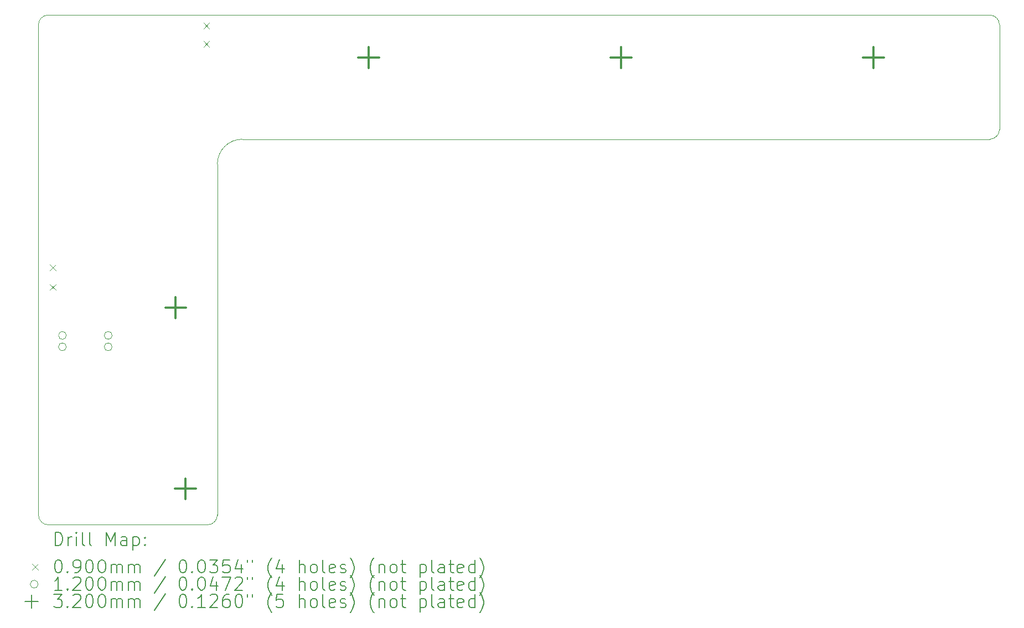
<source format=gbr>
%TF.GenerationSoftware,KiCad,Pcbnew,7.0.8*%
%TF.CreationDate,2023-10-21T22:22:23-07:00*%
%TF.ProjectId,Seismos_5CoreR,53656973-6d6f-4735-9f35-436f7265522e,rev?*%
%TF.SameCoordinates,Original*%
%TF.FileFunction,Drillmap*%
%TF.FilePolarity,Positive*%
%FSLAX45Y45*%
G04 Gerber Fmt 4.5, Leading zero omitted, Abs format (unit mm)*
G04 Created by KiCad (PCBNEW 7.0.8) date 2023-10-21 22:22:23*
%MOMM*%
%LPD*%
G01*
G04 APERTURE LIST*
%ADD10C,0.100000*%
%ADD11C,0.200000*%
%ADD12C,0.090000*%
%ADD13C,0.120000*%
%ADD14C,0.320000*%
G04 APERTURE END LIST*
D10*
X5736600Y-9650000D02*
X5736600Y-4281000D01*
X5586600Y-9800000D02*
X3150000Y-9800000D01*
X3000000Y-9650000D02*
X3000000Y-2150000D01*
X3150000Y-2000000D02*
G75*
G03*
X3000000Y-2150000I0J-150000D01*
G01*
X5586600Y-9800000D02*
G75*
G03*
X5736600Y-9650000I0J150000D01*
G01*
X17550000Y-3900000D02*
X6117600Y-3900000D01*
X17550000Y-3900000D02*
G75*
G03*
X17700000Y-3750000I0J150000D01*
G01*
X17700000Y-2150000D02*
G75*
G03*
X17550000Y-2000000I-150000J0D01*
G01*
X3000000Y-9650000D02*
G75*
G03*
X3150000Y-9800000I150000J0D01*
G01*
X6117600Y-3900000D02*
G75*
G03*
X5736600Y-4281000I0J-381000D01*
G01*
X3150000Y-2000000D02*
X17550000Y-2000000D01*
X17700000Y-2150000D02*
X17700000Y-3750000D01*
D11*
D12*
X3175000Y-5818200D02*
X3265000Y-5908200D01*
X3265000Y-5818200D02*
X3175000Y-5908200D01*
X3175000Y-6118200D02*
X3265000Y-6208200D01*
X3265000Y-6118200D02*
X3175000Y-6208200D01*
X5526250Y-2119950D02*
X5616250Y-2209950D01*
X5616250Y-2119950D02*
X5526250Y-2209950D01*
X5526250Y-2399950D02*
X5616250Y-2489950D01*
X5616250Y-2399950D02*
X5526250Y-2489950D01*
D13*
X3427000Y-6902500D02*
G75*
G03*
X3427000Y-6902500I-60000J0D01*
G01*
X3427000Y-7077500D02*
G75*
G03*
X3427000Y-7077500I-60000J0D01*
G01*
X4127000Y-6902500D02*
G75*
G03*
X4127000Y-6902500I-60000J0D01*
G01*
X4127000Y-7077500D02*
G75*
G03*
X4127000Y-7077500I-60000J0D01*
G01*
D14*
X5100000Y-6315000D02*
X5100000Y-6635000D01*
X4940000Y-6475000D02*
X5260000Y-6475000D01*
X5250000Y-9090000D02*
X5250000Y-9410000D01*
X5090000Y-9250000D02*
X5410000Y-9250000D01*
X8050000Y-2490000D02*
X8050000Y-2810000D01*
X7890000Y-2650000D02*
X8210000Y-2650000D01*
X11910000Y-2490000D02*
X11910000Y-2810000D01*
X11750000Y-2650000D02*
X12070000Y-2650000D01*
X15770000Y-2490000D02*
X15770000Y-2810000D01*
X15610000Y-2650000D02*
X15930000Y-2650000D01*
D11*
X3255777Y-10116484D02*
X3255777Y-9916484D01*
X3255777Y-9916484D02*
X3303396Y-9916484D01*
X3303396Y-9916484D02*
X3331967Y-9926008D01*
X3331967Y-9926008D02*
X3351015Y-9945055D01*
X3351015Y-9945055D02*
X3360539Y-9964103D01*
X3360539Y-9964103D02*
X3370062Y-10002198D01*
X3370062Y-10002198D02*
X3370062Y-10030770D01*
X3370062Y-10030770D02*
X3360539Y-10068865D01*
X3360539Y-10068865D02*
X3351015Y-10087912D01*
X3351015Y-10087912D02*
X3331967Y-10106960D01*
X3331967Y-10106960D02*
X3303396Y-10116484D01*
X3303396Y-10116484D02*
X3255777Y-10116484D01*
X3455777Y-10116484D02*
X3455777Y-9983150D01*
X3455777Y-10021246D02*
X3465301Y-10002198D01*
X3465301Y-10002198D02*
X3474824Y-9992674D01*
X3474824Y-9992674D02*
X3493872Y-9983150D01*
X3493872Y-9983150D02*
X3512920Y-9983150D01*
X3579586Y-10116484D02*
X3579586Y-9983150D01*
X3579586Y-9916484D02*
X3570062Y-9926008D01*
X3570062Y-9926008D02*
X3579586Y-9935531D01*
X3579586Y-9935531D02*
X3589110Y-9926008D01*
X3589110Y-9926008D02*
X3579586Y-9916484D01*
X3579586Y-9916484D02*
X3579586Y-9935531D01*
X3703396Y-10116484D02*
X3684348Y-10106960D01*
X3684348Y-10106960D02*
X3674824Y-10087912D01*
X3674824Y-10087912D02*
X3674824Y-9916484D01*
X3808158Y-10116484D02*
X3789110Y-10106960D01*
X3789110Y-10106960D02*
X3779586Y-10087912D01*
X3779586Y-10087912D02*
X3779586Y-9916484D01*
X4036729Y-10116484D02*
X4036729Y-9916484D01*
X4036729Y-9916484D02*
X4103396Y-10059341D01*
X4103396Y-10059341D02*
X4170062Y-9916484D01*
X4170062Y-9916484D02*
X4170062Y-10116484D01*
X4351015Y-10116484D02*
X4351015Y-10011722D01*
X4351015Y-10011722D02*
X4341491Y-9992674D01*
X4341491Y-9992674D02*
X4322444Y-9983150D01*
X4322444Y-9983150D02*
X4284348Y-9983150D01*
X4284348Y-9983150D02*
X4265301Y-9992674D01*
X4351015Y-10106960D02*
X4331967Y-10116484D01*
X4331967Y-10116484D02*
X4284348Y-10116484D01*
X4284348Y-10116484D02*
X4265301Y-10106960D01*
X4265301Y-10106960D02*
X4255777Y-10087912D01*
X4255777Y-10087912D02*
X4255777Y-10068865D01*
X4255777Y-10068865D02*
X4265301Y-10049817D01*
X4265301Y-10049817D02*
X4284348Y-10040293D01*
X4284348Y-10040293D02*
X4331967Y-10040293D01*
X4331967Y-10040293D02*
X4351015Y-10030770D01*
X4446253Y-9983150D02*
X4446253Y-10183150D01*
X4446253Y-9992674D02*
X4465301Y-9983150D01*
X4465301Y-9983150D02*
X4503396Y-9983150D01*
X4503396Y-9983150D02*
X4522444Y-9992674D01*
X4522444Y-9992674D02*
X4531967Y-10002198D01*
X4531967Y-10002198D02*
X4541491Y-10021246D01*
X4541491Y-10021246D02*
X4541491Y-10078389D01*
X4541491Y-10078389D02*
X4531967Y-10097436D01*
X4531967Y-10097436D02*
X4522444Y-10106960D01*
X4522444Y-10106960D02*
X4503396Y-10116484D01*
X4503396Y-10116484D02*
X4465301Y-10116484D01*
X4465301Y-10116484D02*
X4446253Y-10106960D01*
X4627205Y-10097436D02*
X4636729Y-10106960D01*
X4636729Y-10106960D02*
X4627205Y-10116484D01*
X4627205Y-10116484D02*
X4617682Y-10106960D01*
X4617682Y-10106960D02*
X4627205Y-10097436D01*
X4627205Y-10097436D02*
X4627205Y-10116484D01*
X4627205Y-9992674D02*
X4636729Y-10002198D01*
X4636729Y-10002198D02*
X4627205Y-10011722D01*
X4627205Y-10011722D02*
X4617682Y-10002198D01*
X4617682Y-10002198D02*
X4627205Y-9992674D01*
X4627205Y-9992674D02*
X4627205Y-10011722D01*
D12*
X2905000Y-10400000D02*
X2995000Y-10490000D01*
X2995000Y-10400000D02*
X2905000Y-10490000D01*
D11*
X3293872Y-10336484D02*
X3312920Y-10336484D01*
X3312920Y-10336484D02*
X3331967Y-10346008D01*
X3331967Y-10346008D02*
X3341491Y-10355531D01*
X3341491Y-10355531D02*
X3351015Y-10374579D01*
X3351015Y-10374579D02*
X3360539Y-10412674D01*
X3360539Y-10412674D02*
X3360539Y-10460293D01*
X3360539Y-10460293D02*
X3351015Y-10498389D01*
X3351015Y-10498389D02*
X3341491Y-10517436D01*
X3341491Y-10517436D02*
X3331967Y-10526960D01*
X3331967Y-10526960D02*
X3312920Y-10536484D01*
X3312920Y-10536484D02*
X3293872Y-10536484D01*
X3293872Y-10536484D02*
X3274824Y-10526960D01*
X3274824Y-10526960D02*
X3265301Y-10517436D01*
X3265301Y-10517436D02*
X3255777Y-10498389D01*
X3255777Y-10498389D02*
X3246253Y-10460293D01*
X3246253Y-10460293D02*
X3246253Y-10412674D01*
X3246253Y-10412674D02*
X3255777Y-10374579D01*
X3255777Y-10374579D02*
X3265301Y-10355531D01*
X3265301Y-10355531D02*
X3274824Y-10346008D01*
X3274824Y-10346008D02*
X3293872Y-10336484D01*
X3446253Y-10517436D02*
X3455777Y-10526960D01*
X3455777Y-10526960D02*
X3446253Y-10536484D01*
X3446253Y-10536484D02*
X3436729Y-10526960D01*
X3436729Y-10526960D02*
X3446253Y-10517436D01*
X3446253Y-10517436D02*
X3446253Y-10536484D01*
X3551015Y-10536484D02*
X3589110Y-10536484D01*
X3589110Y-10536484D02*
X3608158Y-10526960D01*
X3608158Y-10526960D02*
X3617682Y-10517436D01*
X3617682Y-10517436D02*
X3636729Y-10488865D01*
X3636729Y-10488865D02*
X3646253Y-10450770D01*
X3646253Y-10450770D02*
X3646253Y-10374579D01*
X3646253Y-10374579D02*
X3636729Y-10355531D01*
X3636729Y-10355531D02*
X3627205Y-10346008D01*
X3627205Y-10346008D02*
X3608158Y-10336484D01*
X3608158Y-10336484D02*
X3570062Y-10336484D01*
X3570062Y-10336484D02*
X3551015Y-10346008D01*
X3551015Y-10346008D02*
X3541491Y-10355531D01*
X3541491Y-10355531D02*
X3531967Y-10374579D01*
X3531967Y-10374579D02*
X3531967Y-10422198D01*
X3531967Y-10422198D02*
X3541491Y-10441246D01*
X3541491Y-10441246D02*
X3551015Y-10450770D01*
X3551015Y-10450770D02*
X3570062Y-10460293D01*
X3570062Y-10460293D02*
X3608158Y-10460293D01*
X3608158Y-10460293D02*
X3627205Y-10450770D01*
X3627205Y-10450770D02*
X3636729Y-10441246D01*
X3636729Y-10441246D02*
X3646253Y-10422198D01*
X3770062Y-10336484D02*
X3789110Y-10336484D01*
X3789110Y-10336484D02*
X3808158Y-10346008D01*
X3808158Y-10346008D02*
X3817682Y-10355531D01*
X3817682Y-10355531D02*
X3827205Y-10374579D01*
X3827205Y-10374579D02*
X3836729Y-10412674D01*
X3836729Y-10412674D02*
X3836729Y-10460293D01*
X3836729Y-10460293D02*
X3827205Y-10498389D01*
X3827205Y-10498389D02*
X3817682Y-10517436D01*
X3817682Y-10517436D02*
X3808158Y-10526960D01*
X3808158Y-10526960D02*
X3789110Y-10536484D01*
X3789110Y-10536484D02*
X3770062Y-10536484D01*
X3770062Y-10536484D02*
X3751015Y-10526960D01*
X3751015Y-10526960D02*
X3741491Y-10517436D01*
X3741491Y-10517436D02*
X3731967Y-10498389D01*
X3731967Y-10498389D02*
X3722443Y-10460293D01*
X3722443Y-10460293D02*
X3722443Y-10412674D01*
X3722443Y-10412674D02*
X3731967Y-10374579D01*
X3731967Y-10374579D02*
X3741491Y-10355531D01*
X3741491Y-10355531D02*
X3751015Y-10346008D01*
X3751015Y-10346008D02*
X3770062Y-10336484D01*
X3960539Y-10336484D02*
X3979586Y-10336484D01*
X3979586Y-10336484D02*
X3998634Y-10346008D01*
X3998634Y-10346008D02*
X4008158Y-10355531D01*
X4008158Y-10355531D02*
X4017682Y-10374579D01*
X4017682Y-10374579D02*
X4027205Y-10412674D01*
X4027205Y-10412674D02*
X4027205Y-10460293D01*
X4027205Y-10460293D02*
X4017682Y-10498389D01*
X4017682Y-10498389D02*
X4008158Y-10517436D01*
X4008158Y-10517436D02*
X3998634Y-10526960D01*
X3998634Y-10526960D02*
X3979586Y-10536484D01*
X3979586Y-10536484D02*
X3960539Y-10536484D01*
X3960539Y-10536484D02*
X3941491Y-10526960D01*
X3941491Y-10526960D02*
X3931967Y-10517436D01*
X3931967Y-10517436D02*
X3922443Y-10498389D01*
X3922443Y-10498389D02*
X3912920Y-10460293D01*
X3912920Y-10460293D02*
X3912920Y-10412674D01*
X3912920Y-10412674D02*
X3922443Y-10374579D01*
X3922443Y-10374579D02*
X3931967Y-10355531D01*
X3931967Y-10355531D02*
X3941491Y-10346008D01*
X3941491Y-10346008D02*
X3960539Y-10336484D01*
X4112920Y-10536484D02*
X4112920Y-10403150D01*
X4112920Y-10422198D02*
X4122443Y-10412674D01*
X4122443Y-10412674D02*
X4141491Y-10403150D01*
X4141491Y-10403150D02*
X4170063Y-10403150D01*
X4170063Y-10403150D02*
X4189110Y-10412674D01*
X4189110Y-10412674D02*
X4198634Y-10431722D01*
X4198634Y-10431722D02*
X4198634Y-10536484D01*
X4198634Y-10431722D02*
X4208158Y-10412674D01*
X4208158Y-10412674D02*
X4227205Y-10403150D01*
X4227205Y-10403150D02*
X4255777Y-10403150D01*
X4255777Y-10403150D02*
X4274825Y-10412674D01*
X4274825Y-10412674D02*
X4284348Y-10431722D01*
X4284348Y-10431722D02*
X4284348Y-10536484D01*
X4379586Y-10536484D02*
X4379586Y-10403150D01*
X4379586Y-10422198D02*
X4389110Y-10412674D01*
X4389110Y-10412674D02*
X4408158Y-10403150D01*
X4408158Y-10403150D02*
X4436729Y-10403150D01*
X4436729Y-10403150D02*
X4455777Y-10412674D01*
X4455777Y-10412674D02*
X4465301Y-10431722D01*
X4465301Y-10431722D02*
X4465301Y-10536484D01*
X4465301Y-10431722D02*
X4474825Y-10412674D01*
X4474825Y-10412674D02*
X4493872Y-10403150D01*
X4493872Y-10403150D02*
X4522444Y-10403150D01*
X4522444Y-10403150D02*
X4541491Y-10412674D01*
X4541491Y-10412674D02*
X4551015Y-10431722D01*
X4551015Y-10431722D02*
X4551015Y-10536484D01*
X4941491Y-10326960D02*
X4770063Y-10584103D01*
X5198634Y-10336484D02*
X5217682Y-10336484D01*
X5217682Y-10336484D02*
X5236729Y-10346008D01*
X5236729Y-10346008D02*
X5246253Y-10355531D01*
X5246253Y-10355531D02*
X5255777Y-10374579D01*
X5255777Y-10374579D02*
X5265301Y-10412674D01*
X5265301Y-10412674D02*
X5265301Y-10460293D01*
X5265301Y-10460293D02*
X5255777Y-10498389D01*
X5255777Y-10498389D02*
X5246253Y-10517436D01*
X5246253Y-10517436D02*
X5236729Y-10526960D01*
X5236729Y-10526960D02*
X5217682Y-10536484D01*
X5217682Y-10536484D02*
X5198634Y-10536484D01*
X5198634Y-10536484D02*
X5179587Y-10526960D01*
X5179587Y-10526960D02*
X5170063Y-10517436D01*
X5170063Y-10517436D02*
X5160539Y-10498389D01*
X5160539Y-10498389D02*
X5151015Y-10460293D01*
X5151015Y-10460293D02*
X5151015Y-10412674D01*
X5151015Y-10412674D02*
X5160539Y-10374579D01*
X5160539Y-10374579D02*
X5170063Y-10355531D01*
X5170063Y-10355531D02*
X5179587Y-10346008D01*
X5179587Y-10346008D02*
X5198634Y-10336484D01*
X5351015Y-10517436D02*
X5360539Y-10526960D01*
X5360539Y-10526960D02*
X5351015Y-10536484D01*
X5351015Y-10536484D02*
X5341491Y-10526960D01*
X5341491Y-10526960D02*
X5351015Y-10517436D01*
X5351015Y-10517436D02*
X5351015Y-10536484D01*
X5484348Y-10336484D02*
X5503396Y-10336484D01*
X5503396Y-10336484D02*
X5522444Y-10346008D01*
X5522444Y-10346008D02*
X5531968Y-10355531D01*
X5531968Y-10355531D02*
X5541491Y-10374579D01*
X5541491Y-10374579D02*
X5551015Y-10412674D01*
X5551015Y-10412674D02*
X5551015Y-10460293D01*
X5551015Y-10460293D02*
X5541491Y-10498389D01*
X5541491Y-10498389D02*
X5531968Y-10517436D01*
X5531968Y-10517436D02*
X5522444Y-10526960D01*
X5522444Y-10526960D02*
X5503396Y-10536484D01*
X5503396Y-10536484D02*
X5484348Y-10536484D01*
X5484348Y-10536484D02*
X5465301Y-10526960D01*
X5465301Y-10526960D02*
X5455777Y-10517436D01*
X5455777Y-10517436D02*
X5446253Y-10498389D01*
X5446253Y-10498389D02*
X5436729Y-10460293D01*
X5436729Y-10460293D02*
X5436729Y-10412674D01*
X5436729Y-10412674D02*
X5446253Y-10374579D01*
X5446253Y-10374579D02*
X5455777Y-10355531D01*
X5455777Y-10355531D02*
X5465301Y-10346008D01*
X5465301Y-10346008D02*
X5484348Y-10336484D01*
X5617682Y-10336484D02*
X5741491Y-10336484D01*
X5741491Y-10336484D02*
X5674825Y-10412674D01*
X5674825Y-10412674D02*
X5703396Y-10412674D01*
X5703396Y-10412674D02*
X5722444Y-10422198D01*
X5722444Y-10422198D02*
X5731967Y-10431722D01*
X5731967Y-10431722D02*
X5741491Y-10450770D01*
X5741491Y-10450770D02*
X5741491Y-10498389D01*
X5741491Y-10498389D02*
X5731967Y-10517436D01*
X5731967Y-10517436D02*
X5722444Y-10526960D01*
X5722444Y-10526960D02*
X5703396Y-10536484D01*
X5703396Y-10536484D02*
X5646253Y-10536484D01*
X5646253Y-10536484D02*
X5627206Y-10526960D01*
X5627206Y-10526960D02*
X5617682Y-10517436D01*
X5922444Y-10336484D02*
X5827206Y-10336484D01*
X5827206Y-10336484D02*
X5817682Y-10431722D01*
X5817682Y-10431722D02*
X5827206Y-10422198D01*
X5827206Y-10422198D02*
X5846253Y-10412674D01*
X5846253Y-10412674D02*
X5893872Y-10412674D01*
X5893872Y-10412674D02*
X5912920Y-10422198D01*
X5912920Y-10422198D02*
X5922444Y-10431722D01*
X5922444Y-10431722D02*
X5931967Y-10450770D01*
X5931967Y-10450770D02*
X5931967Y-10498389D01*
X5931967Y-10498389D02*
X5922444Y-10517436D01*
X5922444Y-10517436D02*
X5912920Y-10526960D01*
X5912920Y-10526960D02*
X5893872Y-10536484D01*
X5893872Y-10536484D02*
X5846253Y-10536484D01*
X5846253Y-10536484D02*
X5827206Y-10526960D01*
X5827206Y-10526960D02*
X5817682Y-10517436D01*
X6103396Y-10403150D02*
X6103396Y-10536484D01*
X6055777Y-10326960D02*
X6008158Y-10469817D01*
X6008158Y-10469817D02*
X6131967Y-10469817D01*
X6198634Y-10336484D02*
X6198634Y-10374579D01*
X6274825Y-10336484D02*
X6274825Y-10374579D01*
X6570063Y-10612674D02*
X6560539Y-10603150D01*
X6560539Y-10603150D02*
X6541491Y-10574579D01*
X6541491Y-10574579D02*
X6531968Y-10555531D01*
X6531968Y-10555531D02*
X6522444Y-10526960D01*
X6522444Y-10526960D02*
X6512920Y-10479341D01*
X6512920Y-10479341D02*
X6512920Y-10441246D01*
X6512920Y-10441246D02*
X6522444Y-10393627D01*
X6522444Y-10393627D02*
X6531968Y-10365055D01*
X6531968Y-10365055D02*
X6541491Y-10346008D01*
X6541491Y-10346008D02*
X6560539Y-10317436D01*
X6560539Y-10317436D02*
X6570063Y-10307912D01*
X6731968Y-10403150D02*
X6731968Y-10536484D01*
X6684348Y-10326960D02*
X6636729Y-10469817D01*
X6636729Y-10469817D02*
X6760539Y-10469817D01*
X6989110Y-10536484D02*
X6989110Y-10336484D01*
X7074825Y-10536484D02*
X7074825Y-10431722D01*
X7074825Y-10431722D02*
X7065301Y-10412674D01*
X7065301Y-10412674D02*
X7046253Y-10403150D01*
X7046253Y-10403150D02*
X7017682Y-10403150D01*
X7017682Y-10403150D02*
X6998634Y-10412674D01*
X6998634Y-10412674D02*
X6989110Y-10422198D01*
X7198634Y-10536484D02*
X7179587Y-10526960D01*
X7179587Y-10526960D02*
X7170063Y-10517436D01*
X7170063Y-10517436D02*
X7160539Y-10498389D01*
X7160539Y-10498389D02*
X7160539Y-10441246D01*
X7160539Y-10441246D02*
X7170063Y-10422198D01*
X7170063Y-10422198D02*
X7179587Y-10412674D01*
X7179587Y-10412674D02*
X7198634Y-10403150D01*
X7198634Y-10403150D02*
X7227206Y-10403150D01*
X7227206Y-10403150D02*
X7246253Y-10412674D01*
X7246253Y-10412674D02*
X7255777Y-10422198D01*
X7255777Y-10422198D02*
X7265301Y-10441246D01*
X7265301Y-10441246D02*
X7265301Y-10498389D01*
X7265301Y-10498389D02*
X7255777Y-10517436D01*
X7255777Y-10517436D02*
X7246253Y-10526960D01*
X7246253Y-10526960D02*
X7227206Y-10536484D01*
X7227206Y-10536484D02*
X7198634Y-10536484D01*
X7379587Y-10536484D02*
X7360539Y-10526960D01*
X7360539Y-10526960D02*
X7351015Y-10507912D01*
X7351015Y-10507912D02*
X7351015Y-10336484D01*
X7531968Y-10526960D02*
X7512920Y-10536484D01*
X7512920Y-10536484D02*
X7474825Y-10536484D01*
X7474825Y-10536484D02*
X7455777Y-10526960D01*
X7455777Y-10526960D02*
X7446253Y-10507912D01*
X7446253Y-10507912D02*
X7446253Y-10431722D01*
X7446253Y-10431722D02*
X7455777Y-10412674D01*
X7455777Y-10412674D02*
X7474825Y-10403150D01*
X7474825Y-10403150D02*
X7512920Y-10403150D01*
X7512920Y-10403150D02*
X7531968Y-10412674D01*
X7531968Y-10412674D02*
X7541491Y-10431722D01*
X7541491Y-10431722D02*
X7541491Y-10450770D01*
X7541491Y-10450770D02*
X7446253Y-10469817D01*
X7617682Y-10526960D02*
X7636730Y-10536484D01*
X7636730Y-10536484D02*
X7674825Y-10536484D01*
X7674825Y-10536484D02*
X7693872Y-10526960D01*
X7693872Y-10526960D02*
X7703396Y-10507912D01*
X7703396Y-10507912D02*
X7703396Y-10498389D01*
X7703396Y-10498389D02*
X7693872Y-10479341D01*
X7693872Y-10479341D02*
X7674825Y-10469817D01*
X7674825Y-10469817D02*
X7646253Y-10469817D01*
X7646253Y-10469817D02*
X7627206Y-10460293D01*
X7627206Y-10460293D02*
X7617682Y-10441246D01*
X7617682Y-10441246D02*
X7617682Y-10431722D01*
X7617682Y-10431722D02*
X7627206Y-10412674D01*
X7627206Y-10412674D02*
X7646253Y-10403150D01*
X7646253Y-10403150D02*
X7674825Y-10403150D01*
X7674825Y-10403150D02*
X7693872Y-10412674D01*
X7770063Y-10612674D02*
X7779587Y-10603150D01*
X7779587Y-10603150D02*
X7798634Y-10574579D01*
X7798634Y-10574579D02*
X7808158Y-10555531D01*
X7808158Y-10555531D02*
X7817682Y-10526960D01*
X7817682Y-10526960D02*
X7827206Y-10479341D01*
X7827206Y-10479341D02*
X7827206Y-10441246D01*
X7827206Y-10441246D02*
X7817682Y-10393627D01*
X7817682Y-10393627D02*
X7808158Y-10365055D01*
X7808158Y-10365055D02*
X7798634Y-10346008D01*
X7798634Y-10346008D02*
X7779587Y-10317436D01*
X7779587Y-10317436D02*
X7770063Y-10307912D01*
X8131968Y-10612674D02*
X8122444Y-10603150D01*
X8122444Y-10603150D02*
X8103396Y-10574579D01*
X8103396Y-10574579D02*
X8093872Y-10555531D01*
X8093872Y-10555531D02*
X8084349Y-10526960D01*
X8084349Y-10526960D02*
X8074825Y-10479341D01*
X8074825Y-10479341D02*
X8074825Y-10441246D01*
X8074825Y-10441246D02*
X8084349Y-10393627D01*
X8084349Y-10393627D02*
X8093872Y-10365055D01*
X8093872Y-10365055D02*
X8103396Y-10346008D01*
X8103396Y-10346008D02*
X8122444Y-10317436D01*
X8122444Y-10317436D02*
X8131968Y-10307912D01*
X8208158Y-10403150D02*
X8208158Y-10536484D01*
X8208158Y-10422198D02*
X8217682Y-10412674D01*
X8217682Y-10412674D02*
X8236730Y-10403150D01*
X8236730Y-10403150D02*
X8265301Y-10403150D01*
X8265301Y-10403150D02*
X8284349Y-10412674D01*
X8284349Y-10412674D02*
X8293872Y-10431722D01*
X8293872Y-10431722D02*
X8293872Y-10536484D01*
X8417682Y-10536484D02*
X8398634Y-10526960D01*
X8398634Y-10526960D02*
X8389111Y-10517436D01*
X8389111Y-10517436D02*
X8379587Y-10498389D01*
X8379587Y-10498389D02*
X8379587Y-10441246D01*
X8379587Y-10441246D02*
X8389111Y-10422198D01*
X8389111Y-10422198D02*
X8398634Y-10412674D01*
X8398634Y-10412674D02*
X8417682Y-10403150D01*
X8417682Y-10403150D02*
X8446254Y-10403150D01*
X8446254Y-10403150D02*
X8465301Y-10412674D01*
X8465301Y-10412674D02*
X8474825Y-10422198D01*
X8474825Y-10422198D02*
X8484349Y-10441246D01*
X8484349Y-10441246D02*
X8484349Y-10498389D01*
X8484349Y-10498389D02*
X8474825Y-10517436D01*
X8474825Y-10517436D02*
X8465301Y-10526960D01*
X8465301Y-10526960D02*
X8446254Y-10536484D01*
X8446254Y-10536484D02*
X8417682Y-10536484D01*
X8541492Y-10403150D02*
X8617682Y-10403150D01*
X8570063Y-10336484D02*
X8570063Y-10507912D01*
X8570063Y-10507912D02*
X8579587Y-10526960D01*
X8579587Y-10526960D02*
X8598634Y-10536484D01*
X8598634Y-10536484D02*
X8617682Y-10536484D01*
X8836730Y-10403150D02*
X8836730Y-10603150D01*
X8836730Y-10412674D02*
X8855777Y-10403150D01*
X8855777Y-10403150D02*
X8893873Y-10403150D01*
X8893873Y-10403150D02*
X8912920Y-10412674D01*
X8912920Y-10412674D02*
X8922444Y-10422198D01*
X8922444Y-10422198D02*
X8931968Y-10441246D01*
X8931968Y-10441246D02*
X8931968Y-10498389D01*
X8931968Y-10498389D02*
X8922444Y-10517436D01*
X8922444Y-10517436D02*
X8912920Y-10526960D01*
X8912920Y-10526960D02*
X8893873Y-10536484D01*
X8893873Y-10536484D02*
X8855777Y-10536484D01*
X8855777Y-10536484D02*
X8836730Y-10526960D01*
X9046254Y-10536484D02*
X9027206Y-10526960D01*
X9027206Y-10526960D02*
X9017682Y-10507912D01*
X9017682Y-10507912D02*
X9017682Y-10336484D01*
X9208158Y-10536484D02*
X9208158Y-10431722D01*
X9208158Y-10431722D02*
X9198635Y-10412674D01*
X9198635Y-10412674D02*
X9179587Y-10403150D01*
X9179587Y-10403150D02*
X9141492Y-10403150D01*
X9141492Y-10403150D02*
X9122444Y-10412674D01*
X9208158Y-10526960D02*
X9189111Y-10536484D01*
X9189111Y-10536484D02*
X9141492Y-10536484D01*
X9141492Y-10536484D02*
X9122444Y-10526960D01*
X9122444Y-10526960D02*
X9112920Y-10507912D01*
X9112920Y-10507912D02*
X9112920Y-10488865D01*
X9112920Y-10488865D02*
X9122444Y-10469817D01*
X9122444Y-10469817D02*
X9141492Y-10460293D01*
X9141492Y-10460293D02*
X9189111Y-10460293D01*
X9189111Y-10460293D02*
X9208158Y-10450770D01*
X9274825Y-10403150D02*
X9351015Y-10403150D01*
X9303396Y-10336484D02*
X9303396Y-10507912D01*
X9303396Y-10507912D02*
X9312920Y-10526960D01*
X9312920Y-10526960D02*
X9331968Y-10536484D01*
X9331968Y-10536484D02*
X9351015Y-10536484D01*
X9493873Y-10526960D02*
X9474825Y-10536484D01*
X9474825Y-10536484D02*
X9436730Y-10536484D01*
X9436730Y-10536484D02*
X9417682Y-10526960D01*
X9417682Y-10526960D02*
X9408158Y-10507912D01*
X9408158Y-10507912D02*
X9408158Y-10431722D01*
X9408158Y-10431722D02*
X9417682Y-10412674D01*
X9417682Y-10412674D02*
X9436730Y-10403150D01*
X9436730Y-10403150D02*
X9474825Y-10403150D01*
X9474825Y-10403150D02*
X9493873Y-10412674D01*
X9493873Y-10412674D02*
X9503396Y-10431722D01*
X9503396Y-10431722D02*
X9503396Y-10450770D01*
X9503396Y-10450770D02*
X9408158Y-10469817D01*
X9674825Y-10536484D02*
X9674825Y-10336484D01*
X9674825Y-10526960D02*
X9655777Y-10536484D01*
X9655777Y-10536484D02*
X9617682Y-10536484D01*
X9617682Y-10536484D02*
X9598635Y-10526960D01*
X9598635Y-10526960D02*
X9589111Y-10517436D01*
X9589111Y-10517436D02*
X9579587Y-10498389D01*
X9579587Y-10498389D02*
X9579587Y-10441246D01*
X9579587Y-10441246D02*
X9589111Y-10422198D01*
X9589111Y-10422198D02*
X9598635Y-10412674D01*
X9598635Y-10412674D02*
X9617682Y-10403150D01*
X9617682Y-10403150D02*
X9655777Y-10403150D01*
X9655777Y-10403150D02*
X9674825Y-10412674D01*
X9751016Y-10612674D02*
X9760539Y-10603150D01*
X9760539Y-10603150D02*
X9779587Y-10574579D01*
X9779587Y-10574579D02*
X9789111Y-10555531D01*
X9789111Y-10555531D02*
X9798635Y-10526960D01*
X9798635Y-10526960D02*
X9808158Y-10479341D01*
X9808158Y-10479341D02*
X9808158Y-10441246D01*
X9808158Y-10441246D02*
X9798635Y-10393627D01*
X9798635Y-10393627D02*
X9789111Y-10365055D01*
X9789111Y-10365055D02*
X9779587Y-10346008D01*
X9779587Y-10346008D02*
X9760539Y-10317436D01*
X9760539Y-10317436D02*
X9751016Y-10307912D01*
D13*
X2995000Y-10709000D02*
G75*
G03*
X2995000Y-10709000I-60000J0D01*
G01*
D11*
X3360539Y-10800484D02*
X3246253Y-10800484D01*
X3303396Y-10800484D02*
X3303396Y-10600484D01*
X3303396Y-10600484D02*
X3284348Y-10629055D01*
X3284348Y-10629055D02*
X3265301Y-10648103D01*
X3265301Y-10648103D02*
X3246253Y-10657627D01*
X3446253Y-10781436D02*
X3455777Y-10790960D01*
X3455777Y-10790960D02*
X3446253Y-10800484D01*
X3446253Y-10800484D02*
X3436729Y-10790960D01*
X3436729Y-10790960D02*
X3446253Y-10781436D01*
X3446253Y-10781436D02*
X3446253Y-10800484D01*
X3531967Y-10619531D02*
X3541491Y-10610008D01*
X3541491Y-10610008D02*
X3560539Y-10600484D01*
X3560539Y-10600484D02*
X3608158Y-10600484D01*
X3608158Y-10600484D02*
X3627205Y-10610008D01*
X3627205Y-10610008D02*
X3636729Y-10619531D01*
X3636729Y-10619531D02*
X3646253Y-10638579D01*
X3646253Y-10638579D02*
X3646253Y-10657627D01*
X3646253Y-10657627D02*
X3636729Y-10686198D01*
X3636729Y-10686198D02*
X3522443Y-10800484D01*
X3522443Y-10800484D02*
X3646253Y-10800484D01*
X3770062Y-10600484D02*
X3789110Y-10600484D01*
X3789110Y-10600484D02*
X3808158Y-10610008D01*
X3808158Y-10610008D02*
X3817682Y-10619531D01*
X3817682Y-10619531D02*
X3827205Y-10638579D01*
X3827205Y-10638579D02*
X3836729Y-10676674D01*
X3836729Y-10676674D02*
X3836729Y-10724293D01*
X3836729Y-10724293D02*
X3827205Y-10762389D01*
X3827205Y-10762389D02*
X3817682Y-10781436D01*
X3817682Y-10781436D02*
X3808158Y-10790960D01*
X3808158Y-10790960D02*
X3789110Y-10800484D01*
X3789110Y-10800484D02*
X3770062Y-10800484D01*
X3770062Y-10800484D02*
X3751015Y-10790960D01*
X3751015Y-10790960D02*
X3741491Y-10781436D01*
X3741491Y-10781436D02*
X3731967Y-10762389D01*
X3731967Y-10762389D02*
X3722443Y-10724293D01*
X3722443Y-10724293D02*
X3722443Y-10676674D01*
X3722443Y-10676674D02*
X3731967Y-10638579D01*
X3731967Y-10638579D02*
X3741491Y-10619531D01*
X3741491Y-10619531D02*
X3751015Y-10610008D01*
X3751015Y-10610008D02*
X3770062Y-10600484D01*
X3960539Y-10600484D02*
X3979586Y-10600484D01*
X3979586Y-10600484D02*
X3998634Y-10610008D01*
X3998634Y-10610008D02*
X4008158Y-10619531D01*
X4008158Y-10619531D02*
X4017682Y-10638579D01*
X4017682Y-10638579D02*
X4027205Y-10676674D01*
X4027205Y-10676674D02*
X4027205Y-10724293D01*
X4027205Y-10724293D02*
X4017682Y-10762389D01*
X4017682Y-10762389D02*
X4008158Y-10781436D01*
X4008158Y-10781436D02*
X3998634Y-10790960D01*
X3998634Y-10790960D02*
X3979586Y-10800484D01*
X3979586Y-10800484D02*
X3960539Y-10800484D01*
X3960539Y-10800484D02*
X3941491Y-10790960D01*
X3941491Y-10790960D02*
X3931967Y-10781436D01*
X3931967Y-10781436D02*
X3922443Y-10762389D01*
X3922443Y-10762389D02*
X3912920Y-10724293D01*
X3912920Y-10724293D02*
X3912920Y-10676674D01*
X3912920Y-10676674D02*
X3922443Y-10638579D01*
X3922443Y-10638579D02*
X3931967Y-10619531D01*
X3931967Y-10619531D02*
X3941491Y-10610008D01*
X3941491Y-10610008D02*
X3960539Y-10600484D01*
X4112920Y-10800484D02*
X4112920Y-10667150D01*
X4112920Y-10686198D02*
X4122443Y-10676674D01*
X4122443Y-10676674D02*
X4141491Y-10667150D01*
X4141491Y-10667150D02*
X4170063Y-10667150D01*
X4170063Y-10667150D02*
X4189110Y-10676674D01*
X4189110Y-10676674D02*
X4198634Y-10695722D01*
X4198634Y-10695722D02*
X4198634Y-10800484D01*
X4198634Y-10695722D02*
X4208158Y-10676674D01*
X4208158Y-10676674D02*
X4227205Y-10667150D01*
X4227205Y-10667150D02*
X4255777Y-10667150D01*
X4255777Y-10667150D02*
X4274825Y-10676674D01*
X4274825Y-10676674D02*
X4284348Y-10695722D01*
X4284348Y-10695722D02*
X4284348Y-10800484D01*
X4379586Y-10800484D02*
X4379586Y-10667150D01*
X4379586Y-10686198D02*
X4389110Y-10676674D01*
X4389110Y-10676674D02*
X4408158Y-10667150D01*
X4408158Y-10667150D02*
X4436729Y-10667150D01*
X4436729Y-10667150D02*
X4455777Y-10676674D01*
X4455777Y-10676674D02*
X4465301Y-10695722D01*
X4465301Y-10695722D02*
X4465301Y-10800484D01*
X4465301Y-10695722D02*
X4474825Y-10676674D01*
X4474825Y-10676674D02*
X4493872Y-10667150D01*
X4493872Y-10667150D02*
X4522444Y-10667150D01*
X4522444Y-10667150D02*
X4541491Y-10676674D01*
X4541491Y-10676674D02*
X4551015Y-10695722D01*
X4551015Y-10695722D02*
X4551015Y-10800484D01*
X4941491Y-10590960D02*
X4770063Y-10848103D01*
X5198634Y-10600484D02*
X5217682Y-10600484D01*
X5217682Y-10600484D02*
X5236729Y-10610008D01*
X5236729Y-10610008D02*
X5246253Y-10619531D01*
X5246253Y-10619531D02*
X5255777Y-10638579D01*
X5255777Y-10638579D02*
X5265301Y-10676674D01*
X5265301Y-10676674D02*
X5265301Y-10724293D01*
X5265301Y-10724293D02*
X5255777Y-10762389D01*
X5255777Y-10762389D02*
X5246253Y-10781436D01*
X5246253Y-10781436D02*
X5236729Y-10790960D01*
X5236729Y-10790960D02*
X5217682Y-10800484D01*
X5217682Y-10800484D02*
X5198634Y-10800484D01*
X5198634Y-10800484D02*
X5179587Y-10790960D01*
X5179587Y-10790960D02*
X5170063Y-10781436D01*
X5170063Y-10781436D02*
X5160539Y-10762389D01*
X5160539Y-10762389D02*
X5151015Y-10724293D01*
X5151015Y-10724293D02*
X5151015Y-10676674D01*
X5151015Y-10676674D02*
X5160539Y-10638579D01*
X5160539Y-10638579D02*
X5170063Y-10619531D01*
X5170063Y-10619531D02*
X5179587Y-10610008D01*
X5179587Y-10610008D02*
X5198634Y-10600484D01*
X5351015Y-10781436D02*
X5360539Y-10790960D01*
X5360539Y-10790960D02*
X5351015Y-10800484D01*
X5351015Y-10800484D02*
X5341491Y-10790960D01*
X5341491Y-10790960D02*
X5351015Y-10781436D01*
X5351015Y-10781436D02*
X5351015Y-10800484D01*
X5484348Y-10600484D02*
X5503396Y-10600484D01*
X5503396Y-10600484D02*
X5522444Y-10610008D01*
X5522444Y-10610008D02*
X5531968Y-10619531D01*
X5531968Y-10619531D02*
X5541491Y-10638579D01*
X5541491Y-10638579D02*
X5551015Y-10676674D01*
X5551015Y-10676674D02*
X5551015Y-10724293D01*
X5551015Y-10724293D02*
X5541491Y-10762389D01*
X5541491Y-10762389D02*
X5531968Y-10781436D01*
X5531968Y-10781436D02*
X5522444Y-10790960D01*
X5522444Y-10790960D02*
X5503396Y-10800484D01*
X5503396Y-10800484D02*
X5484348Y-10800484D01*
X5484348Y-10800484D02*
X5465301Y-10790960D01*
X5465301Y-10790960D02*
X5455777Y-10781436D01*
X5455777Y-10781436D02*
X5446253Y-10762389D01*
X5446253Y-10762389D02*
X5436729Y-10724293D01*
X5436729Y-10724293D02*
X5436729Y-10676674D01*
X5436729Y-10676674D02*
X5446253Y-10638579D01*
X5446253Y-10638579D02*
X5455777Y-10619531D01*
X5455777Y-10619531D02*
X5465301Y-10610008D01*
X5465301Y-10610008D02*
X5484348Y-10600484D01*
X5722444Y-10667150D02*
X5722444Y-10800484D01*
X5674825Y-10590960D02*
X5627206Y-10733817D01*
X5627206Y-10733817D02*
X5751015Y-10733817D01*
X5808158Y-10600484D02*
X5941491Y-10600484D01*
X5941491Y-10600484D02*
X5855777Y-10800484D01*
X6008158Y-10619531D02*
X6017682Y-10610008D01*
X6017682Y-10610008D02*
X6036729Y-10600484D01*
X6036729Y-10600484D02*
X6084348Y-10600484D01*
X6084348Y-10600484D02*
X6103396Y-10610008D01*
X6103396Y-10610008D02*
X6112920Y-10619531D01*
X6112920Y-10619531D02*
X6122444Y-10638579D01*
X6122444Y-10638579D02*
X6122444Y-10657627D01*
X6122444Y-10657627D02*
X6112920Y-10686198D01*
X6112920Y-10686198D02*
X5998634Y-10800484D01*
X5998634Y-10800484D02*
X6122444Y-10800484D01*
X6198634Y-10600484D02*
X6198634Y-10638579D01*
X6274825Y-10600484D02*
X6274825Y-10638579D01*
X6570063Y-10876674D02*
X6560539Y-10867150D01*
X6560539Y-10867150D02*
X6541491Y-10838579D01*
X6541491Y-10838579D02*
X6531968Y-10819531D01*
X6531968Y-10819531D02*
X6522444Y-10790960D01*
X6522444Y-10790960D02*
X6512920Y-10743341D01*
X6512920Y-10743341D02*
X6512920Y-10705246D01*
X6512920Y-10705246D02*
X6522444Y-10657627D01*
X6522444Y-10657627D02*
X6531968Y-10629055D01*
X6531968Y-10629055D02*
X6541491Y-10610008D01*
X6541491Y-10610008D02*
X6560539Y-10581436D01*
X6560539Y-10581436D02*
X6570063Y-10571912D01*
X6731968Y-10667150D02*
X6731968Y-10800484D01*
X6684348Y-10590960D02*
X6636729Y-10733817D01*
X6636729Y-10733817D02*
X6760539Y-10733817D01*
X6989110Y-10800484D02*
X6989110Y-10600484D01*
X7074825Y-10800484D02*
X7074825Y-10695722D01*
X7074825Y-10695722D02*
X7065301Y-10676674D01*
X7065301Y-10676674D02*
X7046253Y-10667150D01*
X7046253Y-10667150D02*
X7017682Y-10667150D01*
X7017682Y-10667150D02*
X6998634Y-10676674D01*
X6998634Y-10676674D02*
X6989110Y-10686198D01*
X7198634Y-10800484D02*
X7179587Y-10790960D01*
X7179587Y-10790960D02*
X7170063Y-10781436D01*
X7170063Y-10781436D02*
X7160539Y-10762389D01*
X7160539Y-10762389D02*
X7160539Y-10705246D01*
X7160539Y-10705246D02*
X7170063Y-10686198D01*
X7170063Y-10686198D02*
X7179587Y-10676674D01*
X7179587Y-10676674D02*
X7198634Y-10667150D01*
X7198634Y-10667150D02*
X7227206Y-10667150D01*
X7227206Y-10667150D02*
X7246253Y-10676674D01*
X7246253Y-10676674D02*
X7255777Y-10686198D01*
X7255777Y-10686198D02*
X7265301Y-10705246D01*
X7265301Y-10705246D02*
X7265301Y-10762389D01*
X7265301Y-10762389D02*
X7255777Y-10781436D01*
X7255777Y-10781436D02*
X7246253Y-10790960D01*
X7246253Y-10790960D02*
X7227206Y-10800484D01*
X7227206Y-10800484D02*
X7198634Y-10800484D01*
X7379587Y-10800484D02*
X7360539Y-10790960D01*
X7360539Y-10790960D02*
X7351015Y-10771912D01*
X7351015Y-10771912D02*
X7351015Y-10600484D01*
X7531968Y-10790960D02*
X7512920Y-10800484D01*
X7512920Y-10800484D02*
X7474825Y-10800484D01*
X7474825Y-10800484D02*
X7455777Y-10790960D01*
X7455777Y-10790960D02*
X7446253Y-10771912D01*
X7446253Y-10771912D02*
X7446253Y-10695722D01*
X7446253Y-10695722D02*
X7455777Y-10676674D01*
X7455777Y-10676674D02*
X7474825Y-10667150D01*
X7474825Y-10667150D02*
X7512920Y-10667150D01*
X7512920Y-10667150D02*
X7531968Y-10676674D01*
X7531968Y-10676674D02*
X7541491Y-10695722D01*
X7541491Y-10695722D02*
X7541491Y-10714770D01*
X7541491Y-10714770D02*
X7446253Y-10733817D01*
X7617682Y-10790960D02*
X7636730Y-10800484D01*
X7636730Y-10800484D02*
X7674825Y-10800484D01*
X7674825Y-10800484D02*
X7693872Y-10790960D01*
X7693872Y-10790960D02*
X7703396Y-10771912D01*
X7703396Y-10771912D02*
X7703396Y-10762389D01*
X7703396Y-10762389D02*
X7693872Y-10743341D01*
X7693872Y-10743341D02*
X7674825Y-10733817D01*
X7674825Y-10733817D02*
X7646253Y-10733817D01*
X7646253Y-10733817D02*
X7627206Y-10724293D01*
X7627206Y-10724293D02*
X7617682Y-10705246D01*
X7617682Y-10705246D02*
X7617682Y-10695722D01*
X7617682Y-10695722D02*
X7627206Y-10676674D01*
X7627206Y-10676674D02*
X7646253Y-10667150D01*
X7646253Y-10667150D02*
X7674825Y-10667150D01*
X7674825Y-10667150D02*
X7693872Y-10676674D01*
X7770063Y-10876674D02*
X7779587Y-10867150D01*
X7779587Y-10867150D02*
X7798634Y-10838579D01*
X7798634Y-10838579D02*
X7808158Y-10819531D01*
X7808158Y-10819531D02*
X7817682Y-10790960D01*
X7817682Y-10790960D02*
X7827206Y-10743341D01*
X7827206Y-10743341D02*
X7827206Y-10705246D01*
X7827206Y-10705246D02*
X7817682Y-10657627D01*
X7817682Y-10657627D02*
X7808158Y-10629055D01*
X7808158Y-10629055D02*
X7798634Y-10610008D01*
X7798634Y-10610008D02*
X7779587Y-10581436D01*
X7779587Y-10581436D02*
X7770063Y-10571912D01*
X8131968Y-10876674D02*
X8122444Y-10867150D01*
X8122444Y-10867150D02*
X8103396Y-10838579D01*
X8103396Y-10838579D02*
X8093872Y-10819531D01*
X8093872Y-10819531D02*
X8084349Y-10790960D01*
X8084349Y-10790960D02*
X8074825Y-10743341D01*
X8074825Y-10743341D02*
X8074825Y-10705246D01*
X8074825Y-10705246D02*
X8084349Y-10657627D01*
X8084349Y-10657627D02*
X8093872Y-10629055D01*
X8093872Y-10629055D02*
X8103396Y-10610008D01*
X8103396Y-10610008D02*
X8122444Y-10581436D01*
X8122444Y-10581436D02*
X8131968Y-10571912D01*
X8208158Y-10667150D02*
X8208158Y-10800484D01*
X8208158Y-10686198D02*
X8217682Y-10676674D01*
X8217682Y-10676674D02*
X8236730Y-10667150D01*
X8236730Y-10667150D02*
X8265301Y-10667150D01*
X8265301Y-10667150D02*
X8284349Y-10676674D01*
X8284349Y-10676674D02*
X8293872Y-10695722D01*
X8293872Y-10695722D02*
X8293872Y-10800484D01*
X8417682Y-10800484D02*
X8398634Y-10790960D01*
X8398634Y-10790960D02*
X8389111Y-10781436D01*
X8389111Y-10781436D02*
X8379587Y-10762389D01*
X8379587Y-10762389D02*
X8379587Y-10705246D01*
X8379587Y-10705246D02*
X8389111Y-10686198D01*
X8389111Y-10686198D02*
X8398634Y-10676674D01*
X8398634Y-10676674D02*
X8417682Y-10667150D01*
X8417682Y-10667150D02*
X8446254Y-10667150D01*
X8446254Y-10667150D02*
X8465301Y-10676674D01*
X8465301Y-10676674D02*
X8474825Y-10686198D01*
X8474825Y-10686198D02*
X8484349Y-10705246D01*
X8484349Y-10705246D02*
X8484349Y-10762389D01*
X8484349Y-10762389D02*
X8474825Y-10781436D01*
X8474825Y-10781436D02*
X8465301Y-10790960D01*
X8465301Y-10790960D02*
X8446254Y-10800484D01*
X8446254Y-10800484D02*
X8417682Y-10800484D01*
X8541492Y-10667150D02*
X8617682Y-10667150D01*
X8570063Y-10600484D02*
X8570063Y-10771912D01*
X8570063Y-10771912D02*
X8579587Y-10790960D01*
X8579587Y-10790960D02*
X8598634Y-10800484D01*
X8598634Y-10800484D02*
X8617682Y-10800484D01*
X8836730Y-10667150D02*
X8836730Y-10867150D01*
X8836730Y-10676674D02*
X8855777Y-10667150D01*
X8855777Y-10667150D02*
X8893873Y-10667150D01*
X8893873Y-10667150D02*
X8912920Y-10676674D01*
X8912920Y-10676674D02*
X8922444Y-10686198D01*
X8922444Y-10686198D02*
X8931968Y-10705246D01*
X8931968Y-10705246D02*
X8931968Y-10762389D01*
X8931968Y-10762389D02*
X8922444Y-10781436D01*
X8922444Y-10781436D02*
X8912920Y-10790960D01*
X8912920Y-10790960D02*
X8893873Y-10800484D01*
X8893873Y-10800484D02*
X8855777Y-10800484D01*
X8855777Y-10800484D02*
X8836730Y-10790960D01*
X9046254Y-10800484D02*
X9027206Y-10790960D01*
X9027206Y-10790960D02*
X9017682Y-10771912D01*
X9017682Y-10771912D02*
X9017682Y-10600484D01*
X9208158Y-10800484D02*
X9208158Y-10695722D01*
X9208158Y-10695722D02*
X9198635Y-10676674D01*
X9198635Y-10676674D02*
X9179587Y-10667150D01*
X9179587Y-10667150D02*
X9141492Y-10667150D01*
X9141492Y-10667150D02*
X9122444Y-10676674D01*
X9208158Y-10790960D02*
X9189111Y-10800484D01*
X9189111Y-10800484D02*
X9141492Y-10800484D01*
X9141492Y-10800484D02*
X9122444Y-10790960D01*
X9122444Y-10790960D02*
X9112920Y-10771912D01*
X9112920Y-10771912D02*
X9112920Y-10752865D01*
X9112920Y-10752865D02*
X9122444Y-10733817D01*
X9122444Y-10733817D02*
X9141492Y-10724293D01*
X9141492Y-10724293D02*
X9189111Y-10724293D01*
X9189111Y-10724293D02*
X9208158Y-10714770D01*
X9274825Y-10667150D02*
X9351015Y-10667150D01*
X9303396Y-10600484D02*
X9303396Y-10771912D01*
X9303396Y-10771912D02*
X9312920Y-10790960D01*
X9312920Y-10790960D02*
X9331968Y-10800484D01*
X9331968Y-10800484D02*
X9351015Y-10800484D01*
X9493873Y-10790960D02*
X9474825Y-10800484D01*
X9474825Y-10800484D02*
X9436730Y-10800484D01*
X9436730Y-10800484D02*
X9417682Y-10790960D01*
X9417682Y-10790960D02*
X9408158Y-10771912D01*
X9408158Y-10771912D02*
X9408158Y-10695722D01*
X9408158Y-10695722D02*
X9417682Y-10676674D01*
X9417682Y-10676674D02*
X9436730Y-10667150D01*
X9436730Y-10667150D02*
X9474825Y-10667150D01*
X9474825Y-10667150D02*
X9493873Y-10676674D01*
X9493873Y-10676674D02*
X9503396Y-10695722D01*
X9503396Y-10695722D02*
X9503396Y-10714770D01*
X9503396Y-10714770D02*
X9408158Y-10733817D01*
X9674825Y-10800484D02*
X9674825Y-10600484D01*
X9674825Y-10790960D02*
X9655777Y-10800484D01*
X9655777Y-10800484D02*
X9617682Y-10800484D01*
X9617682Y-10800484D02*
X9598635Y-10790960D01*
X9598635Y-10790960D02*
X9589111Y-10781436D01*
X9589111Y-10781436D02*
X9579587Y-10762389D01*
X9579587Y-10762389D02*
X9579587Y-10705246D01*
X9579587Y-10705246D02*
X9589111Y-10686198D01*
X9589111Y-10686198D02*
X9598635Y-10676674D01*
X9598635Y-10676674D02*
X9617682Y-10667150D01*
X9617682Y-10667150D02*
X9655777Y-10667150D01*
X9655777Y-10667150D02*
X9674825Y-10676674D01*
X9751016Y-10876674D02*
X9760539Y-10867150D01*
X9760539Y-10867150D02*
X9779587Y-10838579D01*
X9779587Y-10838579D02*
X9789111Y-10819531D01*
X9789111Y-10819531D02*
X9798635Y-10790960D01*
X9798635Y-10790960D02*
X9808158Y-10743341D01*
X9808158Y-10743341D02*
X9808158Y-10705246D01*
X9808158Y-10705246D02*
X9798635Y-10657627D01*
X9798635Y-10657627D02*
X9789111Y-10629055D01*
X9789111Y-10629055D02*
X9779587Y-10610008D01*
X9779587Y-10610008D02*
X9760539Y-10581436D01*
X9760539Y-10581436D02*
X9751016Y-10571912D01*
X2895000Y-10873000D02*
X2895000Y-11073000D01*
X2795000Y-10973000D02*
X2995000Y-10973000D01*
X3236729Y-10864484D02*
X3360539Y-10864484D01*
X3360539Y-10864484D02*
X3293872Y-10940674D01*
X3293872Y-10940674D02*
X3322443Y-10940674D01*
X3322443Y-10940674D02*
X3341491Y-10950198D01*
X3341491Y-10950198D02*
X3351015Y-10959722D01*
X3351015Y-10959722D02*
X3360539Y-10978770D01*
X3360539Y-10978770D02*
X3360539Y-11026389D01*
X3360539Y-11026389D02*
X3351015Y-11045436D01*
X3351015Y-11045436D02*
X3341491Y-11054960D01*
X3341491Y-11054960D02*
X3322443Y-11064484D01*
X3322443Y-11064484D02*
X3265301Y-11064484D01*
X3265301Y-11064484D02*
X3246253Y-11054960D01*
X3246253Y-11054960D02*
X3236729Y-11045436D01*
X3446253Y-11045436D02*
X3455777Y-11054960D01*
X3455777Y-11054960D02*
X3446253Y-11064484D01*
X3446253Y-11064484D02*
X3436729Y-11054960D01*
X3436729Y-11054960D02*
X3446253Y-11045436D01*
X3446253Y-11045436D02*
X3446253Y-11064484D01*
X3531967Y-10883531D02*
X3541491Y-10874008D01*
X3541491Y-10874008D02*
X3560539Y-10864484D01*
X3560539Y-10864484D02*
X3608158Y-10864484D01*
X3608158Y-10864484D02*
X3627205Y-10874008D01*
X3627205Y-10874008D02*
X3636729Y-10883531D01*
X3636729Y-10883531D02*
X3646253Y-10902579D01*
X3646253Y-10902579D02*
X3646253Y-10921627D01*
X3646253Y-10921627D02*
X3636729Y-10950198D01*
X3636729Y-10950198D02*
X3522443Y-11064484D01*
X3522443Y-11064484D02*
X3646253Y-11064484D01*
X3770062Y-10864484D02*
X3789110Y-10864484D01*
X3789110Y-10864484D02*
X3808158Y-10874008D01*
X3808158Y-10874008D02*
X3817682Y-10883531D01*
X3817682Y-10883531D02*
X3827205Y-10902579D01*
X3827205Y-10902579D02*
X3836729Y-10940674D01*
X3836729Y-10940674D02*
X3836729Y-10988293D01*
X3836729Y-10988293D02*
X3827205Y-11026389D01*
X3827205Y-11026389D02*
X3817682Y-11045436D01*
X3817682Y-11045436D02*
X3808158Y-11054960D01*
X3808158Y-11054960D02*
X3789110Y-11064484D01*
X3789110Y-11064484D02*
X3770062Y-11064484D01*
X3770062Y-11064484D02*
X3751015Y-11054960D01*
X3751015Y-11054960D02*
X3741491Y-11045436D01*
X3741491Y-11045436D02*
X3731967Y-11026389D01*
X3731967Y-11026389D02*
X3722443Y-10988293D01*
X3722443Y-10988293D02*
X3722443Y-10940674D01*
X3722443Y-10940674D02*
X3731967Y-10902579D01*
X3731967Y-10902579D02*
X3741491Y-10883531D01*
X3741491Y-10883531D02*
X3751015Y-10874008D01*
X3751015Y-10874008D02*
X3770062Y-10864484D01*
X3960539Y-10864484D02*
X3979586Y-10864484D01*
X3979586Y-10864484D02*
X3998634Y-10874008D01*
X3998634Y-10874008D02*
X4008158Y-10883531D01*
X4008158Y-10883531D02*
X4017682Y-10902579D01*
X4017682Y-10902579D02*
X4027205Y-10940674D01*
X4027205Y-10940674D02*
X4027205Y-10988293D01*
X4027205Y-10988293D02*
X4017682Y-11026389D01*
X4017682Y-11026389D02*
X4008158Y-11045436D01*
X4008158Y-11045436D02*
X3998634Y-11054960D01*
X3998634Y-11054960D02*
X3979586Y-11064484D01*
X3979586Y-11064484D02*
X3960539Y-11064484D01*
X3960539Y-11064484D02*
X3941491Y-11054960D01*
X3941491Y-11054960D02*
X3931967Y-11045436D01*
X3931967Y-11045436D02*
X3922443Y-11026389D01*
X3922443Y-11026389D02*
X3912920Y-10988293D01*
X3912920Y-10988293D02*
X3912920Y-10940674D01*
X3912920Y-10940674D02*
X3922443Y-10902579D01*
X3922443Y-10902579D02*
X3931967Y-10883531D01*
X3931967Y-10883531D02*
X3941491Y-10874008D01*
X3941491Y-10874008D02*
X3960539Y-10864484D01*
X4112920Y-11064484D02*
X4112920Y-10931150D01*
X4112920Y-10950198D02*
X4122443Y-10940674D01*
X4122443Y-10940674D02*
X4141491Y-10931150D01*
X4141491Y-10931150D02*
X4170063Y-10931150D01*
X4170063Y-10931150D02*
X4189110Y-10940674D01*
X4189110Y-10940674D02*
X4198634Y-10959722D01*
X4198634Y-10959722D02*
X4198634Y-11064484D01*
X4198634Y-10959722D02*
X4208158Y-10940674D01*
X4208158Y-10940674D02*
X4227205Y-10931150D01*
X4227205Y-10931150D02*
X4255777Y-10931150D01*
X4255777Y-10931150D02*
X4274825Y-10940674D01*
X4274825Y-10940674D02*
X4284348Y-10959722D01*
X4284348Y-10959722D02*
X4284348Y-11064484D01*
X4379586Y-11064484D02*
X4379586Y-10931150D01*
X4379586Y-10950198D02*
X4389110Y-10940674D01*
X4389110Y-10940674D02*
X4408158Y-10931150D01*
X4408158Y-10931150D02*
X4436729Y-10931150D01*
X4436729Y-10931150D02*
X4455777Y-10940674D01*
X4455777Y-10940674D02*
X4465301Y-10959722D01*
X4465301Y-10959722D02*
X4465301Y-11064484D01*
X4465301Y-10959722D02*
X4474825Y-10940674D01*
X4474825Y-10940674D02*
X4493872Y-10931150D01*
X4493872Y-10931150D02*
X4522444Y-10931150D01*
X4522444Y-10931150D02*
X4541491Y-10940674D01*
X4541491Y-10940674D02*
X4551015Y-10959722D01*
X4551015Y-10959722D02*
X4551015Y-11064484D01*
X4941491Y-10854960D02*
X4770063Y-11112103D01*
X5198634Y-10864484D02*
X5217682Y-10864484D01*
X5217682Y-10864484D02*
X5236729Y-10874008D01*
X5236729Y-10874008D02*
X5246253Y-10883531D01*
X5246253Y-10883531D02*
X5255777Y-10902579D01*
X5255777Y-10902579D02*
X5265301Y-10940674D01*
X5265301Y-10940674D02*
X5265301Y-10988293D01*
X5265301Y-10988293D02*
X5255777Y-11026389D01*
X5255777Y-11026389D02*
X5246253Y-11045436D01*
X5246253Y-11045436D02*
X5236729Y-11054960D01*
X5236729Y-11054960D02*
X5217682Y-11064484D01*
X5217682Y-11064484D02*
X5198634Y-11064484D01*
X5198634Y-11064484D02*
X5179587Y-11054960D01*
X5179587Y-11054960D02*
X5170063Y-11045436D01*
X5170063Y-11045436D02*
X5160539Y-11026389D01*
X5160539Y-11026389D02*
X5151015Y-10988293D01*
X5151015Y-10988293D02*
X5151015Y-10940674D01*
X5151015Y-10940674D02*
X5160539Y-10902579D01*
X5160539Y-10902579D02*
X5170063Y-10883531D01*
X5170063Y-10883531D02*
X5179587Y-10874008D01*
X5179587Y-10874008D02*
X5198634Y-10864484D01*
X5351015Y-11045436D02*
X5360539Y-11054960D01*
X5360539Y-11054960D02*
X5351015Y-11064484D01*
X5351015Y-11064484D02*
X5341491Y-11054960D01*
X5341491Y-11054960D02*
X5351015Y-11045436D01*
X5351015Y-11045436D02*
X5351015Y-11064484D01*
X5551015Y-11064484D02*
X5436729Y-11064484D01*
X5493872Y-11064484D02*
X5493872Y-10864484D01*
X5493872Y-10864484D02*
X5474825Y-10893055D01*
X5474825Y-10893055D02*
X5455777Y-10912103D01*
X5455777Y-10912103D02*
X5436729Y-10921627D01*
X5627206Y-10883531D02*
X5636729Y-10874008D01*
X5636729Y-10874008D02*
X5655777Y-10864484D01*
X5655777Y-10864484D02*
X5703396Y-10864484D01*
X5703396Y-10864484D02*
X5722444Y-10874008D01*
X5722444Y-10874008D02*
X5731967Y-10883531D01*
X5731967Y-10883531D02*
X5741491Y-10902579D01*
X5741491Y-10902579D02*
X5741491Y-10921627D01*
X5741491Y-10921627D02*
X5731967Y-10950198D01*
X5731967Y-10950198D02*
X5617682Y-11064484D01*
X5617682Y-11064484D02*
X5741491Y-11064484D01*
X5912920Y-10864484D02*
X5874825Y-10864484D01*
X5874825Y-10864484D02*
X5855777Y-10874008D01*
X5855777Y-10874008D02*
X5846253Y-10883531D01*
X5846253Y-10883531D02*
X5827206Y-10912103D01*
X5827206Y-10912103D02*
X5817682Y-10950198D01*
X5817682Y-10950198D02*
X5817682Y-11026389D01*
X5817682Y-11026389D02*
X5827206Y-11045436D01*
X5827206Y-11045436D02*
X5836729Y-11054960D01*
X5836729Y-11054960D02*
X5855777Y-11064484D01*
X5855777Y-11064484D02*
X5893872Y-11064484D01*
X5893872Y-11064484D02*
X5912920Y-11054960D01*
X5912920Y-11054960D02*
X5922444Y-11045436D01*
X5922444Y-11045436D02*
X5931967Y-11026389D01*
X5931967Y-11026389D02*
X5931967Y-10978770D01*
X5931967Y-10978770D02*
X5922444Y-10959722D01*
X5922444Y-10959722D02*
X5912920Y-10950198D01*
X5912920Y-10950198D02*
X5893872Y-10940674D01*
X5893872Y-10940674D02*
X5855777Y-10940674D01*
X5855777Y-10940674D02*
X5836729Y-10950198D01*
X5836729Y-10950198D02*
X5827206Y-10959722D01*
X5827206Y-10959722D02*
X5817682Y-10978770D01*
X6055777Y-10864484D02*
X6074825Y-10864484D01*
X6074825Y-10864484D02*
X6093872Y-10874008D01*
X6093872Y-10874008D02*
X6103396Y-10883531D01*
X6103396Y-10883531D02*
X6112920Y-10902579D01*
X6112920Y-10902579D02*
X6122444Y-10940674D01*
X6122444Y-10940674D02*
X6122444Y-10988293D01*
X6122444Y-10988293D02*
X6112920Y-11026389D01*
X6112920Y-11026389D02*
X6103396Y-11045436D01*
X6103396Y-11045436D02*
X6093872Y-11054960D01*
X6093872Y-11054960D02*
X6074825Y-11064484D01*
X6074825Y-11064484D02*
X6055777Y-11064484D01*
X6055777Y-11064484D02*
X6036729Y-11054960D01*
X6036729Y-11054960D02*
X6027206Y-11045436D01*
X6027206Y-11045436D02*
X6017682Y-11026389D01*
X6017682Y-11026389D02*
X6008158Y-10988293D01*
X6008158Y-10988293D02*
X6008158Y-10940674D01*
X6008158Y-10940674D02*
X6017682Y-10902579D01*
X6017682Y-10902579D02*
X6027206Y-10883531D01*
X6027206Y-10883531D02*
X6036729Y-10874008D01*
X6036729Y-10874008D02*
X6055777Y-10864484D01*
X6198634Y-10864484D02*
X6198634Y-10902579D01*
X6274825Y-10864484D02*
X6274825Y-10902579D01*
X6570063Y-11140674D02*
X6560539Y-11131150D01*
X6560539Y-11131150D02*
X6541491Y-11102579D01*
X6541491Y-11102579D02*
X6531968Y-11083531D01*
X6531968Y-11083531D02*
X6522444Y-11054960D01*
X6522444Y-11054960D02*
X6512920Y-11007341D01*
X6512920Y-11007341D02*
X6512920Y-10969246D01*
X6512920Y-10969246D02*
X6522444Y-10921627D01*
X6522444Y-10921627D02*
X6531968Y-10893055D01*
X6531968Y-10893055D02*
X6541491Y-10874008D01*
X6541491Y-10874008D02*
X6560539Y-10845436D01*
X6560539Y-10845436D02*
X6570063Y-10835912D01*
X6741491Y-10864484D02*
X6646253Y-10864484D01*
X6646253Y-10864484D02*
X6636729Y-10959722D01*
X6636729Y-10959722D02*
X6646253Y-10950198D01*
X6646253Y-10950198D02*
X6665301Y-10940674D01*
X6665301Y-10940674D02*
X6712920Y-10940674D01*
X6712920Y-10940674D02*
X6731968Y-10950198D01*
X6731968Y-10950198D02*
X6741491Y-10959722D01*
X6741491Y-10959722D02*
X6751015Y-10978770D01*
X6751015Y-10978770D02*
X6751015Y-11026389D01*
X6751015Y-11026389D02*
X6741491Y-11045436D01*
X6741491Y-11045436D02*
X6731968Y-11054960D01*
X6731968Y-11054960D02*
X6712920Y-11064484D01*
X6712920Y-11064484D02*
X6665301Y-11064484D01*
X6665301Y-11064484D02*
X6646253Y-11054960D01*
X6646253Y-11054960D02*
X6636729Y-11045436D01*
X6989110Y-11064484D02*
X6989110Y-10864484D01*
X7074825Y-11064484D02*
X7074825Y-10959722D01*
X7074825Y-10959722D02*
X7065301Y-10940674D01*
X7065301Y-10940674D02*
X7046253Y-10931150D01*
X7046253Y-10931150D02*
X7017682Y-10931150D01*
X7017682Y-10931150D02*
X6998634Y-10940674D01*
X6998634Y-10940674D02*
X6989110Y-10950198D01*
X7198634Y-11064484D02*
X7179587Y-11054960D01*
X7179587Y-11054960D02*
X7170063Y-11045436D01*
X7170063Y-11045436D02*
X7160539Y-11026389D01*
X7160539Y-11026389D02*
X7160539Y-10969246D01*
X7160539Y-10969246D02*
X7170063Y-10950198D01*
X7170063Y-10950198D02*
X7179587Y-10940674D01*
X7179587Y-10940674D02*
X7198634Y-10931150D01*
X7198634Y-10931150D02*
X7227206Y-10931150D01*
X7227206Y-10931150D02*
X7246253Y-10940674D01*
X7246253Y-10940674D02*
X7255777Y-10950198D01*
X7255777Y-10950198D02*
X7265301Y-10969246D01*
X7265301Y-10969246D02*
X7265301Y-11026389D01*
X7265301Y-11026389D02*
X7255777Y-11045436D01*
X7255777Y-11045436D02*
X7246253Y-11054960D01*
X7246253Y-11054960D02*
X7227206Y-11064484D01*
X7227206Y-11064484D02*
X7198634Y-11064484D01*
X7379587Y-11064484D02*
X7360539Y-11054960D01*
X7360539Y-11054960D02*
X7351015Y-11035912D01*
X7351015Y-11035912D02*
X7351015Y-10864484D01*
X7531968Y-11054960D02*
X7512920Y-11064484D01*
X7512920Y-11064484D02*
X7474825Y-11064484D01*
X7474825Y-11064484D02*
X7455777Y-11054960D01*
X7455777Y-11054960D02*
X7446253Y-11035912D01*
X7446253Y-11035912D02*
X7446253Y-10959722D01*
X7446253Y-10959722D02*
X7455777Y-10940674D01*
X7455777Y-10940674D02*
X7474825Y-10931150D01*
X7474825Y-10931150D02*
X7512920Y-10931150D01*
X7512920Y-10931150D02*
X7531968Y-10940674D01*
X7531968Y-10940674D02*
X7541491Y-10959722D01*
X7541491Y-10959722D02*
X7541491Y-10978770D01*
X7541491Y-10978770D02*
X7446253Y-10997817D01*
X7617682Y-11054960D02*
X7636730Y-11064484D01*
X7636730Y-11064484D02*
X7674825Y-11064484D01*
X7674825Y-11064484D02*
X7693872Y-11054960D01*
X7693872Y-11054960D02*
X7703396Y-11035912D01*
X7703396Y-11035912D02*
X7703396Y-11026389D01*
X7703396Y-11026389D02*
X7693872Y-11007341D01*
X7693872Y-11007341D02*
X7674825Y-10997817D01*
X7674825Y-10997817D02*
X7646253Y-10997817D01*
X7646253Y-10997817D02*
X7627206Y-10988293D01*
X7627206Y-10988293D02*
X7617682Y-10969246D01*
X7617682Y-10969246D02*
X7617682Y-10959722D01*
X7617682Y-10959722D02*
X7627206Y-10940674D01*
X7627206Y-10940674D02*
X7646253Y-10931150D01*
X7646253Y-10931150D02*
X7674825Y-10931150D01*
X7674825Y-10931150D02*
X7693872Y-10940674D01*
X7770063Y-11140674D02*
X7779587Y-11131150D01*
X7779587Y-11131150D02*
X7798634Y-11102579D01*
X7798634Y-11102579D02*
X7808158Y-11083531D01*
X7808158Y-11083531D02*
X7817682Y-11054960D01*
X7817682Y-11054960D02*
X7827206Y-11007341D01*
X7827206Y-11007341D02*
X7827206Y-10969246D01*
X7827206Y-10969246D02*
X7817682Y-10921627D01*
X7817682Y-10921627D02*
X7808158Y-10893055D01*
X7808158Y-10893055D02*
X7798634Y-10874008D01*
X7798634Y-10874008D02*
X7779587Y-10845436D01*
X7779587Y-10845436D02*
X7770063Y-10835912D01*
X8131968Y-11140674D02*
X8122444Y-11131150D01*
X8122444Y-11131150D02*
X8103396Y-11102579D01*
X8103396Y-11102579D02*
X8093872Y-11083531D01*
X8093872Y-11083531D02*
X8084349Y-11054960D01*
X8084349Y-11054960D02*
X8074825Y-11007341D01*
X8074825Y-11007341D02*
X8074825Y-10969246D01*
X8074825Y-10969246D02*
X8084349Y-10921627D01*
X8084349Y-10921627D02*
X8093872Y-10893055D01*
X8093872Y-10893055D02*
X8103396Y-10874008D01*
X8103396Y-10874008D02*
X8122444Y-10845436D01*
X8122444Y-10845436D02*
X8131968Y-10835912D01*
X8208158Y-10931150D02*
X8208158Y-11064484D01*
X8208158Y-10950198D02*
X8217682Y-10940674D01*
X8217682Y-10940674D02*
X8236730Y-10931150D01*
X8236730Y-10931150D02*
X8265301Y-10931150D01*
X8265301Y-10931150D02*
X8284349Y-10940674D01*
X8284349Y-10940674D02*
X8293872Y-10959722D01*
X8293872Y-10959722D02*
X8293872Y-11064484D01*
X8417682Y-11064484D02*
X8398634Y-11054960D01*
X8398634Y-11054960D02*
X8389111Y-11045436D01*
X8389111Y-11045436D02*
X8379587Y-11026389D01*
X8379587Y-11026389D02*
X8379587Y-10969246D01*
X8379587Y-10969246D02*
X8389111Y-10950198D01*
X8389111Y-10950198D02*
X8398634Y-10940674D01*
X8398634Y-10940674D02*
X8417682Y-10931150D01*
X8417682Y-10931150D02*
X8446254Y-10931150D01*
X8446254Y-10931150D02*
X8465301Y-10940674D01*
X8465301Y-10940674D02*
X8474825Y-10950198D01*
X8474825Y-10950198D02*
X8484349Y-10969246D01*
X8484349Y-10969246D02*
X8484349Y-11026389D01*
X8484349Y-11026389D02*
X8474825Y-11045436D01*
X8474825Y-11045436D02*
X8465301Y-11054960D01*
X8465301Y-11054960D02*
X8446254Y-11064484D01*
X8446254Y-11064484D02*
X8417682Y-11064484D01*
X8541492Y-10931150D02*
X8617682Y-10931150D01*
X8570063Y-10864484D02*
X8570063Y-11035912D01*
X8570063Y-11035912D02*
X8579587Y-11054960D01*
X8579587Y-11054960D02*
X8598634Y-11064484D01*
X8598634Y-11064484D02*
X8617682Y-11064484D01*
X8836730Y-10931150D02*
X8836730Y-11131150D01*
X8836730Y-10940674D02*
X8855777Y-10931150D01*
X8855777Y-10931150D02*
X8893873Y-10931150D01*
X8893873Y-10931150D02*
X8912920Y-10940674D01*
X8912920Y-10940674D02*
X8922444Y-10950198D01*
X8922444Y-10950198D02*
X8931968Y-10969246D01*
X8931968Y-10969246D02*
X8931968Y-11026389D01*
X8931968Y-11026389D02*
X8922444Y-11045436D01*
X8922444Y-11045436D02*
X8912920Y-11054960D01*
X8912920Y-11054960D02*
X8893873Y-11064484D01*
X8893873Y-11064484D02*
X8855777Y-11064484D01*
X8855777Y-11064484D02*
X8836730Y-11054960D01*
X9046254Y-11064484D02*
X9027206Y-11054960D01*
X9027206Y-11054960D02*
X9017682Y-11035912D01*
X9017682Y-11035912D02*
X9017682Y-10864484D01*
X9208158Y-11064484D02*
X9208158Y-10959722D01*
X9208158Y-10959722D02*
X9198635Y-10940674D01*
X9198635Y-10940674D02*
X9179587Y-10931150D01*
X9179587Y-10931150D02*
X9141492Y-10931150D01*
X9141492Y-10931150D02*
X9122444Y-10940674D01*
X9208158Y-11054960D02*
X9189111Y-11064484D01*
X9189111Y-11064484D02*
X9141492Y-11064484D01*
X9141492Y-11064484D02*
X9122444Y-11054960D01*
X9122444Y-11054960D02*
X9112920Y-11035912D01*
X9112920Y-11035912D02*
X9112920Y-11016865D01*
X9112920Y-11016865D02*
X9122444Y-10997817D01*
X9122444Y-10997817D02*
X9141492Y-10988293D01*
X9141492Y-10988293D02*
X9189111Y-10988293D01*
X9189111Y-10988293D02*
X9208158Y-10978770D01*
X9274825Y-10931150D02*
X9351015Y-10931150D01*
X9303396Y-10864484D02*
X9303396Y-11035912D01*
X9303396Y-11035912D02*
X9312920Y-11054960D01*
X9312920Y-11054960D02*
X9331968Y-11064484D01*
X9331968Y-11064484D02*
X9351015Y-11064484D01*
X9493873Y-11054960D02*
X9474825Y-11064484D01*
X9474825Y-11064484D02*
X9436730Y-11064484D01*
X9436730Y-11064484D02*
X9417682Y-11054960D01*
X9417682Y-11054960D02*
X9408158Y-11035912D01*
X9408158Y-11035912D02*
X9408158Y-10959722D01*
X9408158Y-10959722D02*
X9417682Y-10940674D01*
X9417682Y-10940674D02*
X9436730Y-10931150D01*
X9436730Y-10931150D02*
X9474825Y-10931150D01*
X9474825Y-10931150D02*
X9493873Y-10940674D01*
X9493873Y-10940674D02*
X9503396Y-10959722D01*
X9503396Y-10959722D02*
X9503396Y-10978770D01*
X9503396Y-10978770D02*
X9408158Y-10997817D01*
X9674825Y-11064484D02*
X9674825Y-10864484D01*
X9674825Y-11054960D02*
X9655777Y-11064484D01*
X9655777Y-11064484D02*
X9617682Y-11064484D01*
X9617682Y-11064484D02*
X9598635Y-11054960D01*
X9598635Y-11054960D02*
X9589111Y-11045436D01*
X9589111Y-11045436D02*
X9579587Y-11026389D01*
X9579587Y-11026389D02*
X9579587Y-10969246D01*
X9579587Y-10969246D02*
X9589111Y-10950198D01*
X9589111Y-10950198D02*
X9598635Y-10940674D01*
X9598635Y-10940674D02*
X9617682Y-10931150D01*
X9617682Y-10931150D02*
X9655777Y-10931150D01*
X9655777Y-10931150D02*
X9674825Y-10940674D01*
X9751016Y-11140674D02*
X9760539Y-11131150D01*
X9760539Y-11131150D02*
X9779587Y-11102579D01*
X9779587Y-11102579D02*
X9789111Y-11083531D01*
X9789111Y-11083531D02*
X9798635Y-11054960D01*
X9798635Y-11054960D02*
X9808158Y-11007341D01*
X9808158Y-11007341D02*
X9808158Y-10969246D01*
X9808158Y-10969246D02*
X9798635Y-10921627D01*
X9798635Y-10921627D02*
X9789111Y-10893055D01*
X9789111Y-10893055D02*
X9779587Y-10874008D01*
X9779587Y-10874008D02*
X9760539Y-10845436D01*
X9760539Y-10845436D02*
X9751016Y-10835912D01*
M02*

</source>
